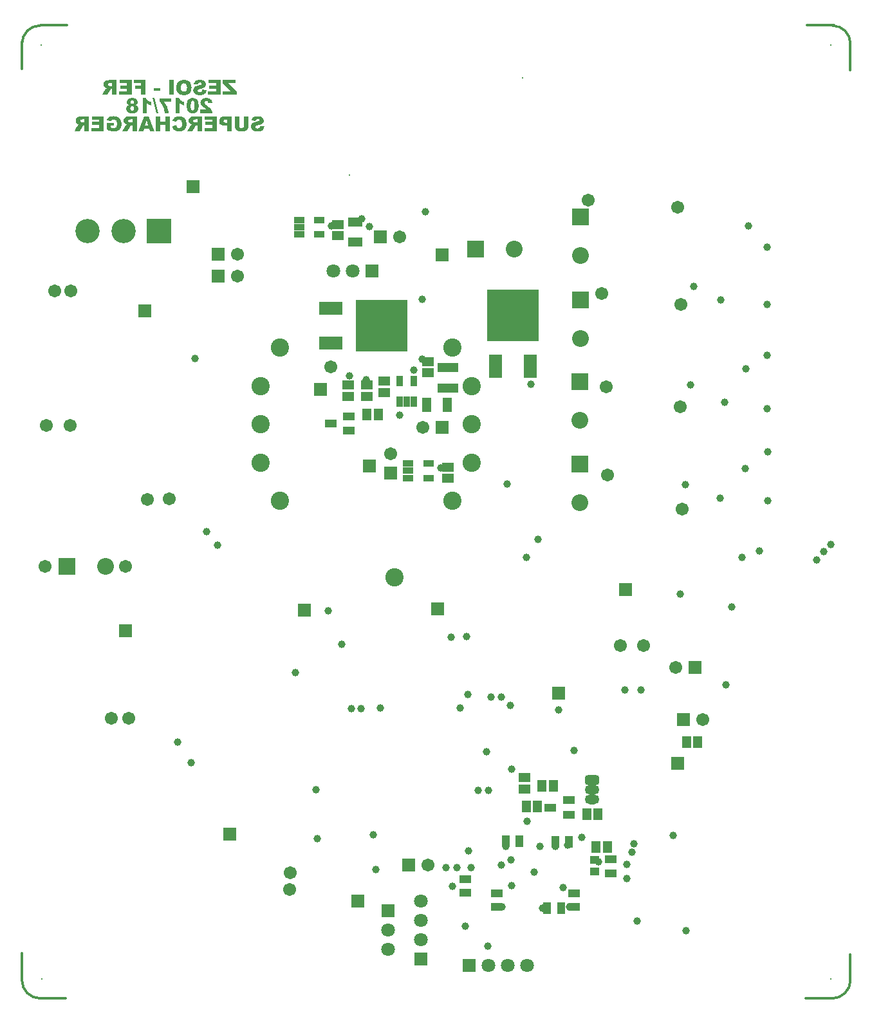
<source format=gbs>
G04 Layer_Color=16711935*
%FSLAX25Y25*%
%MOIN*%
G70*
G01*
G75*
%ADD10C,0.01200*%
%ADD101R,0.03359X0.05524*%
%ADD102R,0.05131X0.06312*%
%ADD105R,0.04343X0.06312*%
%ADD107R,0.06312X0.05131*%
%ADD108R,0.04540X0.03950*%
%ADD118R,0.07493X0.05131*%
%ADD119R,0.06312X0.04343*%
%ADD120R,0.11036X0.05131*%
%ADD125R,0.05524X0.03359*%
%ADD126R,0.05131X0.07493*%
%ADD137C,0.00800*%
%ADD138C,0.07099*%
%ADD139R,0.07099X0.07099*%
%ADD140R,0.07099X0.07099*%
G04:AMPARAMS|DCode=141|XSize=74.93mil|YSize=50.13mil|CornerRadius=14.53mil|HoleSize=0mil|Usage=FLASHONLY|Rotation=180.000|XOffset=0mil|YOffset=0mil|HoleType=Round|Shape=RoundedRectangle|*
%AMROUNDEDRECTD141*
21,1,0.07493,0.02106,0,0,180.0*
21,1,0.04587,0.05013,0,0,180.0*
1,1,0.02906,-0.02293,0.01053*
1,1,0.02906,0.02293,0.01053*
1,1,0.02906,0.02293,-0.01053*
1,1,0.02906,-0.02293,-0.01053*
%
%ADD141ROUNDEDRECTD141*%
%ADD142O,0.07493X0.05013*%
%ADD143C,0.09461*%
%ADD144C,0.12611*%
%ADD145R,0.12611X0.12611*%
%ADD146C,0.08674*%
%ADD147R,0.08674X0.08674*%
%ADD148R,0.08674X0.08674*%
%ADD149C,0.06706*%
%ADD150R,0.06706X0.06706*%
%ADD151R,0.06706X0.06706*%
%ADD152C,0.07099*%
%ADD153R,0.07099X0.07099*%
%ADD154C,0.03950*%
%ADD155R,0.05918X0.03950*%
%ADD156R,0.06699X0.12211*%
%ADD157R,0.26778X0.26778*%
%ADD158R,0.26778X0.26778*%
%ADD159R,0.12211X0.06699*%
G36*
X41560Y425082D02*
X39174D01*
X38779Y426341D01*
X36129D01*
X35748Y425082D01*
X33274D01*
X36129Y432695D01*
X38706D01*
X41560Y425082D01*
D02*
G37*
G36*
X32484D02*
X30127D01*
Y428171D01*
X29921D01*
X29804Y428157D01*
X29702Y428142D01*
X29599Y428113D01*
X29512Y428083D01*
X29453Y428039D01*
X29395Y428010D01*
X29365Y427995D01*
X29351Y427981D01*
X29277Y427922D01*
X29204Y427834D01*
X29072Y427644D01*
X29014Y427542D01*
X28970Y427468D01*
X28941Y427410D01*
X28926Y427395D01*
X27652Y425082D01*
X24988D01*
X26144Y427278D01*
X26188Y427351D01*
X26232Y427424D01*
X26349Y427571D01*
X26393Y427644D01*
X26437Y427703D01*
X26467Y427732D01*
X26481Y427747D01*
X26569Y427849D01*
X26642Y427937D01*
X26701Y428010D01*
X26745Y428069D01*
X26818Y428142D01*
X26847Y428157D01*
X26935Y428200D01*
X27023Y428259D01*
X27228Y428347D01*
X27316Y428376D01*
X27389Y428405D01*
X27447Y428435D01*
X27462D01*
X27272Y428479D01*
X27111Y428537D01*
X26964Y428581D01*
X26847Y428625D01*
X26759Y428669D01*
X26686Y428698D01*
X26642Y428727D01*
X26627D01*
X26467Y428845D01*
X26305Y428962D01*
X26188Y429094D01*
X26071Y429211D01*
X25998Y429313D01*
X25925Y429401D01*
X25896Y429459D01*
X25881Y429474D01*
X25793Y429650D01*
X25720Y429840D01*
X25676Y430030D01*
X25632Y430206D01*
X25617Y430352D01*
X25603Y430470D01*
Y430543D01*
Y430572D01*
X25617Y430836D01*
X25661Y431070D01*
X25720Y431289D01*
X25778Y431465D01*
X25852Y431612D01*
X25910Y431714D01*
X25954Y431773D01*
X25969Y431802D01*
X26115Y431978D01*
X26261Y432124D01*
X26423Y432256D01*
X26569Y432344D01*
X26701Y432417D01*
X26803Y432461D01*
X26876Y432490D01*
X26906Y432505D01*
X27140Y432563D01*
X27403Y432622D01*
X27682Y432651D01*
X27945Y432666D01*
X28179Y432680D01*
X28297Y432695D01*
X32484D01*
Y425082D01*
D02*
G37*
G36*
X61595Y442211D02*
X61859Y442182D01*
X62108Y442138D01*
X62342Y442094D01*
X62561Y442021D01*
X62752Y441947D01*
X62927Y441874D01*
X63088Y441786D01*
X63220Y441699D01*
X63337Y441625D01*
X63440Y441552D01*
X63528Y441479D01*
X63586Y441435D01*
X63630Y441391D01*
X63659Y441362D01*
X63674Y441347D01*
X63806Y441172D01*
X63923Y440967D01*
X64040Y440747D01*
X64128Y440513D01*
X64260Y440015D01*
X64347Y439502D01*
X64391Y439268D01*
X64406Y439049D01*
X64421Y438844D01*
X64435Y438668D01*
X64450Y438522D01*
Y438419D01*
Y438346D01*
Y438317D01*
Y437995D01*
X64421Y437687D01*
X64406Y437409D01*
X64377Y437175D01*
X64347Y436970D01*
X64333Y436823D01*
X64318Y436765D01*
X64304Y436721D01*
Y436706D01*
Y436692D01*
X64245Y436443D01*
X64172Y436208D01*
X64099Y436018D01*
X64040Y435857D01*
X63981Y435725D01*
X63923Y435623D01*
X63894Y435564D01*
X63879Y435550D01*
X63733Y435345D01*
X63572Y435154D01*
X63411Y434993D01*
X63249Y434876D01*
X63118Y434774D01*
X63015Y434701D01*
X62942Y434657D01*
X62913Y434642D01*
X62678Y434540D01*
X62415Y434466D01*
X62151Y434422D01*
X61917Y434393D01*
X61698Y434364D01*
X61595D01*
X61522Y434349D01*
X61361D01*
X61054Y434364D01*
X60761Y434393D01*
X60497Y434437D01*
X60263Y434496D01*
X60043Y434569D01*
X59838Y434657D01*
X59663Y434730D01*
X59516Y434832D01*
X59370Y434920D01*
X59253Y434993D01*
X59165Y435081D01*
X59077Y435154D01*
X59018Y435213D01*
X58975Y435257D01*
X58960Y435286D01*
X58945Y435301D01*
X58828Y435491D01*
X58711Y435711D01*
X58623Y435945D01*
X58535Y436179D01*
X58418Y436692D01*
X58330Y437175D01*
X58301Y437409D01*
X58272Y437629D01*
X58257Y437819D01*
Y437995D01*
X58243Y438141D01*
Y438243D01*
Y438302D01*
Y438331D01*
X58257Y438683D01*
X58272Y439005D01*
X58316Y439312D01*
X58345Y439576D01*
X58389Y439795D01*
X58404Y439898D01*
X58433Y439971D01*
X58448Y440030D01*
Y440073D01*
X58462Y440103D01*
Y440117D01*
X58506Y440278D01*
X58550Y440425D01*
X58594Y440557D01*
X58653Y440674D01*
X58682Y440762D01*
X58726Y440835D01*
X58740Y440879D01*
X58755Y440893D01*
X58901Y441142D01*
X58989Y441245D01*
X59062Y441347D01*
X59136Y441420D01*
X59180Y441479D01*
X59224Y441523D01*
X59238Y441538D01*
X59355Y441655D01*
X59487Y441742D01*
X59750Y441903D01*
X59868Y441962D01*
X59956Y442006D01*
X60014Y442021D01*
X60043Y442035D01*
X60234Y442094D01*
X60453Y442152D01*
X60658Y442182D01*
X60863Y442196D01*
X61039Y442211D01*
X61171Y442226D01*
X61302D01*
X61595Y442211D01*
D02*
G37*
G36*
X50249Y440308D02*
X46487D01*
X46897Y439781D01*
X47233Y439268D01*
X47526Y438814D01*
X47658Y438610D01*
X47775Y438405D01*
X47863Y438229D01*
X47951Y438068D01*
X48024Y437936D01*
X48082Y437819D01*
X48126Y437731D01*
X48156Y437658D01*
X48185Y437614D01*
Y437599D01*
X48375Y437102D01*
X48522Y436575D01*
X48668Y436062D01*
X48712Y435813D01*
X48770Y435564D01*
X48814Y435345D01*
X48858Y435140D01*
X48888Y434949D01*
X48917Y434788D01*
X48932Y434657D01*
X48946Y434569D01*
X48961Y434496D01*
Y434481D01*
X46853D01*
X46809Y434964D01*
X46750Y435403D01*
X46677Y435799D01*
X46648Y435974D01*
X46618Y436135D01*
X46589Y436282D01*
X46560Y436413D01*
X46531Y436531D01*
X46501Y436618D01*
X46487Y436692D01*
X46472Y436750D01*
X46457Y436779D01*
Y436794D01*
X46296Y437248D01*
X46135Y437687D01*
X45960Y438068D01*
X45872Y438243D01*
X45799Y438405D01*
X45711Y438551D01*
X45652Y438683D01*
X45579Y438800D01*
X45520Y438902D01*
X45476Y438975D01*
X45447Y439034D01*
X45418Y439063D01*
Y439078D01*
X45198Y439385D01*
X44979Y439678D01*
X44759Y439956D01*
X44540Y440191D01*
X44349Y440381D01*
X44203Y440527D01*
X44144Y440586D01*
X44100Y440630D01*
X44086Y440644D01*
X44071Y440659D01*
Y442094D01*
X50249D01*
Y440308D01*
D02*
G37*
G36*
X15384Y425082D02*
X8972D01*
Y426810D01*
X13027D01*
Y428303D01*
X9367D01*
Y429855D01*
X13027D01*
Y431070D01*
X9089D01*
Y432695D01*
X15384D01*
Y425082D01*
D02*
G37*
G36*
X68857Y442211D02*
X69193Y442182D01*
X69472Y442138D01*
X69720Y442094D01*
X69911Y442035D01*
X70042Y441991D01*
X70130Y441962D01*
X70160Y441947D01*
X70364Y441845D01*
X70555Y441713D01*
X70716Y441581D01*
X70848Y441464D01*
X70965Y441347D01*
X71038Y441259D01*
X71082Y441201D01*
X71096Y441172D01*
X71214Y440967D01*
X71302Y440747D01*
X71375Y440513D01*
X71433Y440293D01*
X71477Y440088D01*
X71506Y439927D01*
X71521Y439868D01*
X71536Y439825D01*
Y439795D01*
Y439781D01*
X69413Y439620D01*
X69369Y439839D01*
X69325Y440030D01*
X69266Y440191D01*
X69208Y440308D01*
X69164Y440396D01*
X69120Y440469D01*
X69091Y440498D01*
X69076Y440513D01*
X68974Y440600D01*
X68871Y440659D01*
X68754Y440718D01*
X68652Y440747D01*
X68564Y440762D01*
X68491Y440776D01*
X68417D01*
X68271Y440762D01*
X68154Y440732D01*
X68037Y440703D01*
X67949Y440659D01*
X67876Y440600D01*
X67817Y440571D01*
X67788Y440542D01*
X67773Y440527D01*
X67685Y440425D01*
X67627Y440322D01*
X67568Y440235D01*
X67539Y440132D01*
X67524Y440059D01*
X67510Y439986D01*
Y439942D01*
Y439927D01*
X67524Y439810D01*
X67554Y439678D01*
X67598Y439561D01*
X67642Y439459D01*
X67685Y439371D01*
X67729Y439298D01*
X67759Y439254D01*
X67773Y439239D01*
X67832Y439166D01*
X67905Y439093D01*
X68066Y438932D01*
X68271Y438756D01*
X68476Y438595D01*
X68666Y438434D01*
X68827Y438317D01*
X68886Y438273D01*
X68930Y438229D01*
X68959Y438214D01*
X68974Y438200D01*
X69252Y437995D01*
X69501Y437790D01*
X69720Y437599D01*
X69925Y437424D01*
X70116Y437248D01*
X70291Y437087D01*
X70438Y436940D01*
X70569Y436794D01*
X70687Y436677D01*
X70789Y436560D01*
X70862Y436472D01*
X70921Y436384D01*
X70979Y436326D01*
X71009Y436282D01*
X71038Y436252D01*
Y436238D01*
X71228Y435930D01*
X71375Y435623D01*
X71492Y435316D01*
X71580Y435052D01*
X71638Y434818D01*
X71653Y434730D01*
X71667Y434642D01*
X71682Y434569D01*
X71697Y434525D01*
Y434496D01*
Y434481D01*
X65343D01*
Y436208D01*
X68666D01*
X68461Y436399D01*
X68300Y436545D01*
X68242Y436589D01*
X68198Y436633D01*
X68168Y436648D01*
X68154Y436662D01*
X68051Y436736D01*
X67934Y436838D01*
X67642Y437043D01*
X67510Y437131D01*
X67407Y437204D01*
X67334Y437263D01*
X67305Y437277D01*
X67114Y437424D01*
X66924Y437555D01*
X66763Y437687D01*
X66617Y437819D01*
X66353Y438053D01*
X66148Y438258D01*
X66002Y438434D01*
X65885Y438566D01*
X65826Y438639D01*
X65812Y438668D01*
X65680Y438917D01*
X65577Y439151D01*
X65504Y439371D01*
X65446Y439576D01*
X65416Y439751D01*
X65402Y439883D01*
Y439971D01*
Y439986D01*
Y440000D01*
X65416Y440235D01*
X65460Y440469D01*
X65519Y440659D01*
X65577Y440835D01*
X65650Y440981D01*
X65709Y441098D01*
X65753Y441157D01*
X65768Y441186D01*
X65914Y441376D01*
X66075Y441538D01*
X66236Y441669D01*
X66382Y441772D01*
X66529Y441860D01*
X66646Y441918D01*
X66719Y441947D01*
X66734Y441962D01*
X66748D01*
X66997Y442050D01*
X67276Y442108D01*
X67568Y442167D01*
X67846Y442196D01*
X68095Y442211D01*
X68198D01*
X68286Y442226D01*
X68476D01*
X68857Y442211D01*
D02*
G37*
G36*
X37337Y441962D02*
X37498Y441728D01*
X37644Y441508D01*
X37805Y441332D01*
X37937Y441186D01*
X38039Y441084D01*
X38113Y441025D01*
X38142Y440996D01*
X38391Y440820D01*
X38654Y440659D01*
X38932Y440527D01*
X39196Y440410D01*
X39445Y440308D01*
X39547Y440264D01*
X39635Y440235D01*
X39708Y440205D01*
X39767Y440191D01*
X39796Y440176D01*
X39811D01*
Y438448D01*
X39547Y438536D01*
X39313Y438610D01*
X39108Y438683D01*
X38932Y438756D01*
X38786Y438814D01*
X38684Y438858D01*
X38610Y438888D01*
X38596Y438902D01*
X38230Y439107D01*
X38069Y439210D01*
X37908Y439312D01*
X37776Y439415D01*
X37673Y439488D01*
X37615Y439532D01*
X37586Y439546D01*
Y434481D01*
X35448D01*
Y442226D01*
X37205D01*
X37337Y441962D01*
D02*
G37*
G36*
X54466D02*
X54627Y441728D01*
X54773Y441508D01*
X54934Y441332D01*
X55066Y441186D01*
X55168Y441084D01*
X55241Y441025D01*
X55271Y440996D01*
X55520Y440820D01*
X55783Y440659D01*
X56061Y440527D01*
X56325Y440410D01*
X56574Y440308D01*
X56676Y440264D01*
X56764Y440235D01*
X56837Y440205D01*
X56896Y440191D01*
X56925Y440176D01*
X56940D01*
Y438448D01*
X56676Y438536D01*
X56442Y438610D01*
X56237Y438683D01*
X56061Y438756D01*
X55915Y438814D01*
X55812Y438858D01*
X55739Y438888D01*
X55725Y438902D01*
X55358Y439107D01*
X55198Y439210D01*
X55036Y439312D01*
X54905Y439415D01*
X54802Y439488D01*
X54744Y439532D01*
X54714Y439546D01*
Y434481D01*
X52577D01*
Y442226D01*
X54334D01*
X54466Y441962D01*
D02*
G37*
G36*
X43632Y434349D02*
X42578D01*
X40645Y442226D01*
X41714D01*
X43632Y434349D01*
D02*
G37*
G36*
X20903Y432812D02*
X21313Y432768D01*
X21665Y432710D01*
X21826Y432666D01*
X21957Y432636D01*
X22089Y432607D01*
X22206Y432563D01*
X22294Y432534D01*
X22367Y432505D01*
X22426Y432475D01*
X22484Y432461D01*
X22499Y432446D01*
X22514D01*
X22865Y432256D01*
X23173Y432036D01*
X23421Y431802D01*
X23641Y431582D01*
X23802Y431377D01*
X23919Y431202D01*
X23963Y431143D01*
X23992Y431099D01*
X24022Y431070D01*
Y431055D01*
X24197Y430704D01*
X24314Y430323D01*
X24402Y429972D01*
X24475Y429621D01*
X24490Y429474D01*
X24505Y429328D01*
X24519Y429211D01*
Y429094D01*
X24534Y429006D01*
Y428947D01*
Y428903D01*
Y428889D01*
X24519Y428464D01*
X24461Y428054D01*
X24388Y427703D01*
X24300Y427395D01*
X24256Y427249D01*
X24212Y427132D01*
X24168Y427029D01*
X24139Y426941D01*
X24109Y426868D01*
X24080Y426824D01*
X24066Y426795D01*
Y426780D01*
X23875Y426458D01*
X23656Y426180D01*
X23436Y425946D01*
X23231Y425756D01*
X23041Y425595D01*
X22894Y425492D01*
X22836Y425448D01*
X22792Y425433D01*
X22763Y425404D01*
X22748D01*
X22411Y425258D01*
X22031Y425141D01*
X21665Y425068D01*
X21313Y425009D01*
X21152Y424994D01*
X21006Y424980D01*
X20874Y424965D01*
X20757D01*
X20669Y424950D01*
X20537D01*
X20142Y424965D01*
X19776Y424994D01*
X19454Y425024D01*
X19176Y425082D01*
X18941Y425126D01*
X18854Y425141D01*
X18780Y425155D01*
X18722Y425170D01*
X18663Y425185D01*
X18649Y425199D01*
X18634D01*
X18327Y425316D01*
X18005Y425463D01*
X17697Y425624D01*
X17404Y425785D01*
X17155Y425931D01*
X17038Y425990D01*
X16951Y426048D01*
X16877Y426092D01*
X16819Y426136D01*
X16789Y426151D01*
X16775Y426165D01*
Y429430D01*
X20420D01*
Y427849D01*
X18839D01*
Y427117D01*
X19015Y427015D01*
X19161Y426941D01*
X19308Y426868D01*
X19425Y426810D01*
X19527Y426780D01*
X19615Y426751D01*
X19659Y426722D01*
X19673D01*
X19937Y426663D01*
X20069Y426649D01*
X20171Y426634D01*
X20274Y426619D01*
X20420D01*
X20713Y426649D01*
X20977Y426707D01*
X21196Y426780D01*
X21386Y426883D01*
X21533Y426985D01*
X21635Y427059D01*
X21694Y427117D01*
X21723Y427146D01*
X21796Y427249D01*
X21869Y427381D01*
X21987Y427644D01*
X22060Y427937D01*
X22118Y428230D01*
X22148Y428493D01*
X22162Y428596D01*
Y428698D01*
X22177Y428786D01*
Y428845D01*
Y428889D01*
Y428903D01*
Y429123D01*
X22162Y429313D01*
X22104Y429664D01*
X22031Y429957D01*
X21943Y430206D01*
X21869Y430382D01*
X21796Y430514D01*
X21738Y430587D01*
X21723Y430616D01*
X21533Y430792D01*
X21342Y430924D01*
X21137Y431026D01*
X20933Y431084D01*
X20757Y431128D01*
X20625Y431143D01*
X20567Y431158D01*
X20493D01*
X20303Y431143D01*
X20142Y431128D01*
X19981Y431084D01*
X19864Y431041D01*
X19761Y430997D01*
X19688Y430967D01*
X19644Y430938D01*
X19630Y430924D01*
X19512Y430836D01*
X19410Y430719D01*
X19322Y430616D01*
X19264Y430514D01*
X19205Y430411D01*
X19176Y430338D01*
X19147Y430279D01*
Y430265D01*
X16877Y430660D01*
X16965Y430924D01*
X17068Y431172D01*
X17170Y431377D01*
X17273Y431553D01*
X17360Y431685D01*
X17434Y431787D01*
X17492Y431860D01*
X17507Y431875D01*
X17668Y432051D01*
X17843Y432197D01*
X18019Y432314D01*
X18180Y432417D01*
X18327Y432490D01*
X18444Y432549D01*
X18517Y432578D01*
X18532Y432592D01*
X18546D01*
X18678Y432636D01*
X18810Y432666D01*
X19103Y432724D01*
X19425Y432768D01*
X19732Y432797D01*
X19996Y432812D01*
X20127Y432827D01*
X20435D01*
X20903Y432812D01*
D02*
G37*
G36*
X81542Y425082D02*
X79185D01*
Y427908D01*
X77897D01*
X77633Y427922D01*
X77399Y427937D01*
X77179Y427966D01*
X76974Y428010D01*
X76784Y428054D01*
X76609Y428113D01*
X76447Y428171D01*
X76316Y428230D01*
X76184Y428288D01*
X76081Y428347D01*
X75994Y428405D01*
X75920Y428449D01*
X75862Y428493D01*
X75818Y428522D01*
X75803Y428552D01*
X75789D01*
X75671Y428684D01*
X75554Y428815D01*
X75379Y429108D01*
X75262Y429401D01*
X75174Y429694D01*
X75115Y429957D01*
X75101Y430060D01*
Y430162D01*
X75086Y430235D01*
Y430309D01*
Y430338D01*
Y430352D01*
Y430557D01*
X75115Y430748D01*
X75188Y431099D01*
X75291Y431392D01*
X75408Y431641D01*
X75525Y431831D01*
X75628Y431963D01*
X75701Y432051D01*
X75715Y432080D01*
X75730D01*
X75862Y432183D01*
X75994Y432285D01*
X76301Y432431D01*
X76609Y432549D01*
X76931Y432622D01*
X77209Y432666D01*
X77326Y432680D01*
X77443D01*
X77531Y432695D01*
X81542D01*
Y425082D01*
D02*
G37*
G36*
X90370Y428157D02*
X90355Y427937D01*
X90341Y427717D01*
X90311Y427498D01*
X90268Y427293D01*
X90224Y427132D01*
X90194Y426985D01*
X90180Y426897D01*
X90165Y426883D01*
Y426868D01*
X90107Y426707D01*
X90019Y426546D01*
X89931Y426385D01*
X89858Y426253D01*
X89770Y426151D01*
X89711Y426063D01*
X89667Y426004D01*
X89653Y425990D01*
X89506Y425843D01*
X89375Y425712D01*
X89243Y425595D01*
X89111Y425507D01*
X89009Y425433D01*
X88921Y425375D01*
X88862Y425346D01*
X88848Y425331D01*
X88672Y425258D01*
X88496Y425185D01*
X88306Y425126D01*
X88130Y425097D01*
X87984Y425053D01*
X87852Y425038D01*
X87779Y425024D01*
X87749D01*
X87515Y424994D01*
X87281Y424980D01*
X87076Y424965D01*
X86900D01*
X86754Y424950D01*
X86549D01*
X86198Y424965D01*
X85876Y424994D01*
X85597Y425024D01*
X85363Y425082D01*
X85158Y425126D01*
X85012Y425155D01*
X84968Y425170D01*
X84924Y425185D01*
X84909Y425199D01*
X84895D01*
X84719Y425272D01*
X84543Y425375D01*
X84382Y425477D01*
X84251Y425580D01*
X84133Y425682D01*
X84031Y425756D01*
X83972Y425814D01*
X83958Y425829D01*
X83797Y426004D01*
X83665Y426180D01*
X83548Y426356D01*
X83460Y426532D01*
X83387Y426663D01*
X83343Y426780D01*
X83314Y426854D01*
X83299Y426883D01*
X83226Y427117D01*
X83167Y427337D01*
X83138Y427556D01*
X83109Y427747D01*
X83094Y427908D01*
X83079Y428039D01*
Y428127D01*
Y428157D01*
Y432695D01*
X85422D01*
Y428039D01*
X85436Y427820D01*
X85480Y427615D01*
X85539Y427454D01*
X85597Y427307D01*
X85656Y427205D01*
X85715Y427117D01*
X85759Y427073D01*
X85773Y427059D01*
X85919Y426941D01*
X86066Y426868D01*
X86227Y426810D01*
X86373Y426766D01*
X86520Y426736D01*
X86622Y426722D01*
X86725D01*
X86944Y426736D01*
X87135Y426780D01*
X87296Y426824D01*
X87442Y426897D01*
X87545Y426956D01*
X87632Y427000D01*
X87676Y427044D01*
X87691Y427059D01*
X87808Y427205D01*
X87881Y427366D01*
X87940Y427527D01*
X87984Y427688D01*
X88013Y427820D01*
X88028Y427937D01*
Y428010D01*
Y428039D01*
Y432695D01*
X90370D01*
Y428157D01*
D02*
G37*
G36*
X54692Y432812D02*
X55000Y432783D01*
X55293Y432739D01*
X55571Y432666D01*
X55820Y432592D01*
X56054Y432505D01*
X56274Y432417D01*
X56464Y432314D01*
X56625Y432226D01*
X56786Y432124D01*
X56903Y432036D01*
X57006Y431963D01*
X57093Y431890D01*
X57152Y431846D01*
X57181Y431816D01*
X57196Y431802D01*
X57371Y431597D01*
X57518Y431392D01*
X57650Y431158D01*
X57767Y430924D01*
X57869Y430689D01*
X57942Y430440D01*
X58060Y429972D01*
X58104Y429752D01*
X58133Y429547D01*
X58162Y429372D01*
X58177Y429211D01*
X58191Y429079D01*
Y428991D01*
Y428918D01*
Y428903D01*
X58162Y428391D01*
X58104Y427937D01*
X58060Y427732D01*
X58016Y427542D01*
X57957Y427366D01*
X57899Y427205D01*
X57855Y427059D01*
X57796Y426941D01*
X57752Y426824D01*
X57708Y426736D01*
X57679Y426663D01*
X57650Y426619D01*
X57620Y426590D01*
Y426575D01*
X57401Y426253D01*
X57167Y425990D01*
X56947Y425770D01*
X56727Y425595D01*
X56552Y425463D01*
X56405Y425375D01*
X56347Y425346D01*
X56303Y425316D01*
X56288Y425302D01*
X56274D01*
X55951Y425185D01*
X55615Y425097D01*
X55278Y425038D01*
X54956Y424994D01*
X54678Y424965D01*
X54546D01*
X54444Y424950D01*
X54239D01*
X53873Y424965D01*
X53536Y424994D01*
X53258Y425038D01*
X53009Y425097D01*
X52819Y425155D01*
X52672Y425199D01*
X52584Y425229D01*
X52555Y425243D01*
X52321Y425360D01*
X52101Y425507D01*
X51911Y425653D01*
X51764Y425800D01*
X51633Y425917D01*
X51530Y426019D01*
X51472Y426092D01*
X51457Y426122D01*
X51296Y426356D01*
X51164Y426590D01*
X51047Y426839D01*
X50945Y427073D01*
X50871Y427263D01*
X50827Y427424D01*
X50813Y427483D01*
X50798Y427527D01*
X50783Y427556D01*
Y427571D01*
X52848Y428200D01*
X52921Y427937D01*
X52994Y427717D01*
X53082Y427527D01*
X53170Y427366D01*
X53243Y427249D01*
X53302Y427161D01*
X53346Y427102D01*
X53360Y427088D01*
X53507Y426971D01*
X53653Y426883D01*
X53829Y426810D01*
X53990Y426766D01*
X54136Y426736D01*
X54253Y426722D01*
X54370D01*
X54619Y426736D01*
X54839Y426795D01*
X55014Y426868D01*
X55176Y426956D01*
X55293Y427044D01*
X55380Y427117D01*
X55439Y427176D01*
X55454Y427190D01*
X55527Y427293D01*
X55585Y427395D01*
X55673Y427659D01*
X55747Y427937D01*
X55790Y428230D01*
X55820Y428493D01*
Y428610D01*
X55834Y428713D01*
Y428801D01*
Y428859D01*
Y428903D01*
Y428918D01*
X55820Y429284D01*
X55790Y429591D01*
X55732Y429840D01*
X55673Y430060D01*
X55615Y430221D01*
X55556Y430338D01*
X55527Y430396D01*
X55512Y430426D01*
X55424Y430543D01*
X55337Y430645D01*
X55146Y430792D01*
X54941Y430909D01*
X54751Y430997D01*
X54575Y431041D01*
X54429Y431055D01*
X54370Y431070D01*
X54297D01*
X54048Y431041D01*
X53946Y431026D01*
X53843Y430997D01*
X53770Y430967D01*
X53711Y430953D01*
X53682Y430924D01*
X53668D01*
X53463Y430792D01*
X53302Y430660D01*
X53243Y430601D01*
X53199Y430543D01*
X53184Y430514D01*
X53170Y430499D01*
X53126Y430426D01*
X53082Y430352D01*
X53009Y430192D01*
X52979Y430118D01*
X52950Y430060D01*
X52936Y430016D01*
Y430001D01*
X50857Y430455D01*
X51032Y430880D01*
X51223Y431246D01*
X51428Y431553D01*
X51618Y431802D01*
X51808Y431992D01*
X51955Y432139D01*
X52013Y432183D01*
X52057Y432212D01*
X52072Y432241D01*
X52087D01*
X52248Y432344D01*
X52423Y432431D01*
X52789Y432578D01*
X53170Y432680D01*
X53521Y432754D01*
X53697Y432783D01*
X53858Y432797D01*
X53990Y432812D01*
X54121D01*
X54209Y432827D01*
X54356D01*
X54692Y432812D01*
D02*
G37*
G36*
X49627Y425082D02*
X47270D01*
Y428157D01*
X44708D01*
Y425082D01*
X42351D01*
Y432695D01*
X44708D01*
Y430030D01*
X47270D01*
Y432695D01*
X49627D01*
Y425082D01*
D02*
G37*
G36*
X30588Y442211D02*
X30954Y442152D01*
X31276Y442079D01*
X31539Y441991D01*
X31744Y441903D01*
X31832Y441860D01*
X31891Y441830D01*
X31949Y441801D01*
X31993Y441772D01*
X32008Y441757D01*
X32022D01*
X32183Y441640D01*
X32315Y441508D01*
X32432Y441391D01*
X32535Y441259D01*
X32623Y441128D01*
X32696Y440996D01*
X32798Y440747D01*
X32871Y440527D01*
X32886Y440425D01*
X32901Y440352D01*
X32915Y440278D01*
Y440235D01*
Y440205D01*
Y440191D01*
X32901Y439986D01*
X32871Y439781D01*
X32813Y439605D01*
X32754Y439459D01*
X32710Y439341D01*
X32652Y439239D01*
X32623Y439180D01*
X32608Y439166D01*
X32520Y439049D01*
X32403Y438932D01*
X32286Y438829D01*
X32169Y438741D01*
X32066Y438668D01*
X31978Y438610D01*
X31905Y438580D01*
X31891Y438566D01*
X32110Y438463D01*
X32315Y438346D01*
X32476Y438229D01*
X32608Y438112D01*
X32710Y438009D01*
X32784Y437921D01*
X32828Y437863D01*
X32842Y437848D01*
X32945Y437673D01*
X33018Y437482D01*
X33076Y437292D01*
X33106Y437116D01*
X33135Y436955D01*
X33150Y436838D01*
Y436750D01*
Y436736D01*
Y436721D01*
X33135Y436472D01*
X33106Y436238D01*
X33047Y436018D01*
X32989Y435843D01*
X32930Y435696D01*
X32871Y435579D01*
X32842Y435506D01*
X32828Y435476D01*
X32696Y435286D01*
X32535Y435111D01*
X32374Y434964D01*
X32213Y434847D01*
X32081Y434745D01*
X31964Y434686D01*
X31891Y434642D01*
X31861Y434627D01*
X31598Y434540D01*
X31305Y434466D01*
X30998Y434422D01*
X30690Y434378D01*
X30427Y434364D01*
X30310D01*
X30207Y434349D01*
X29782D01*
X29548Y434364D01*
X29343Y434393D01*
X29168Y434422D01*
X29021Y434437D01*
X28904Y434466D01*
X28831Y434481D01*
X28802D01*
X28597Y434525D01*
X28406Y434584D01*
X28245Y434657D01*
X28113Y434715D01*
X27996Y434774D01*
X27923Y434818D01*
X27865Y434847D01*
X27850Y434862D01*
X27718Y434979D01*
X27586Y435096D01*
X27484Y435228D01*
X27382Y435359D01*
X27308Y435462D01*
X27250Y435550D01*
X27220Y435623D01*
X27206Y435638D01*
X27118Y435828D01*
X27059Y436018D01*
X27001Y436194D01*
X26972Y436355D01*
X26957Y436501D01*
X26942Y436604D01*
Y436677D01*
Y436706D01*
X26957Y436926D01*
X26986Y437116D01*
X27045Y437306D01*
X27089Y437468D01*
X27147Y437585D01*
X27206Y437687D01*
X27235Y437760D01*
X27250Y437775D01*
X27382Y437951D01*
X27528Y438112D01*
X27674Y438243D01*
X27821Y438361D01*
X27967Y438448D01*
X28070Y438507D01*
X28143Y438551D01*
X28172Y438566D01*
X28011Y438683D01*
X27865Y438800D01*
X27747Y438917D01*
X27645Y439005D01*
X27572Y439093D01*
X27528Y439151D01*
X27499Y439195D01*
X27484Y439210D01*
X27382Y439385D01*
X27308Y439546D01*
X27264Y439722D01*
X27220Y439868D01*
X27206Y439986D01*
X27191Y440088D01*
Y440147D01*
Y440176D01*
X27206Y440337D01*
X27220Y440498D01*
X27308Y440776D01*
X27425Y441025D01*
X27557Y441245D01*
X27689Y441406D01*
X27806Y441538D01*
X27894Y441611D01*
X27909Y441640D01*
X27923D01*
X28070Y441742D01*
X28231Y441830D01*
X28582Y441977D01*
X28963Y442079D01*
X29329Y442152D01*
X29490Y442182D01*
X29651Y442196D01*
X29797Y442211D01*
X29929D01*
X30031Y442226D01*
X30178D01*
X30588Y442211D01*
D02*
G37*
G36*
X73856Y425082D02*
X67444D01*
Y426810D01*
X71499D01*
Y428303D01*
X67839D01*
Y429855D01*
X71499D01*
Y431070D01*
X67561D01*
Y432695D01*
X73856D01*
Y425082D01*
D02*
G37*
G36*
X66155D02*
X63798D01*
Y428171D01*
X63594D01*
X63476Y428157D01*
X63374Y428142D01*
X63271Y428113D01*
X63184Y428083D01*
X63125Y428039D01*
X63067Y428010D01*
X63037Y427995D01*
X63023Y427981D01*
X62949Y427922D01*
X62876Y427834D01*
X62744Y427644D01*
X62686Y427542D01*
X62642Y427468D01*
X62613Y427410D01*
X62598Y427395D01*
X61324Y425082D01*
X58660D01*
X59816Y427278D01*
X59860Y427351D01*
X59904Y427424D01*
X60021Y427571D01*
X60065Y427644D01*
X60109Y427703D01*
X60138Y427732D01*
X60153Y427747D01*
X60241Y427849D01*
X60314Y427937D01*
X60373Y428010D01*
X60417Y428069D01*
X60490Y428142D01*
X60519Y428157D01*
X60607Y428200D01*
X60695Y428259D01*
X60900Y428347D01*
X60988Y428376D01*
X61061Y428405D01*
X61119Y428435D01*
X61134D01*
X60944Y428479D01*
X60783Y428537D01*
X60636Y428581D01*
X60519Y428625D01*
X60431Y428669D01*
X60358Y428698D01*
X60314Y428727D01*
X60299D01*
X60138Y428845D01*
X59977Y428962D01*
X59860Y429094D01*
X59743Y429211D01*
X59670Y429313D01*
X59597Y429401D01*
X59567Y429459D01*
X59553Y429474D01*
X59465Y429650D01*
X59392Y429840D01*
X59348Y430030D01*
X59304Y430206D01*
X59289Y430352D01*
X59275Y430470D01*
Y430543D01*
Y430572D01*
X59289Y430836D01*
X59333Y431070D01*
X59392Y431289D01*
X59450Y431465D01*
X59524Y431612D01*
X59582Y431714D01*
X59626Y431773D01*
X59641Y431802D01*
X59787Y431978D01*
X59934Y432124D01*
X60095Y432256D01*
X60241Y432344D01*
X60373Y432417D01*
X60475Y432461D01*
X60548Y432490D01*
X60578Y432505D01*
X60812Y432563D01*
X61075Y432622D01*
X61354Y432651D01*
X61617Y432666D01*
X61851Y432680D01*
X61968Y432695D01*
X66155D01*
Y425082D01*
D02*
G37*
G36*
X221417Y297441D02*
X215118D01*
Y309252D01*
X221417D01*
Y297441D01*
D02*
G37*
G36*
X239528D02*
X233228D01*
Y309252D01*
X239528D01*
Y297441D01*
D02*
G37*
G36*
X44466Y445842D02*
X41392D01*
Y447481D01*
X44466D01*
Y445842D01*
D02*
G37*
G36*
X95377Y432812D02*
X95743Y432783D01*
X96065Y432724D01*
X96329Y432680D01*
X96548Y432622D01*
X96636Y432592D01*
X96695Y432563D01*
X96753Y432549D01*
X96797Y432534D01*
X96812Y432519D01*
X96826D01*
X97061Y432402D01*
X97265Y432270D01*
X97441Y432139D01*
X97588Y432007D01*
X97690Y431875D01*
X97778Y431787D01*
X97822Y431729D01*
X97837Y431699D01*
X97954Y431494D01*
X98027Y431304D01*
X98085Y431114D01*
X98129Y430953D01*
X98159Y430806D01*
X98173Y430689D01*
Y430616D01*
Y430587D01*
X98159Y430426D01*
X98144Y430265D01*
X98071Y429986D01*
X97968Y429738D01*
X97837Y429518D01*
X97719Y429357D01*
X97617Y429225D01*
X97544Y429152D01*
X97514Y429123D01*
X97383Y429020D01*
X97236Y428918D01*
X96899Y428727D01*
X96534Y428566D01*
X96167Y428435D01*
X95992Y428376D01*
X95845Y428332D01*
X95699Y428288D01*
X95567Y428244D01*
X95465Y428230D01*
X95392Y428200D01*
X95333Y428186D01*
X95318D01*
X95157Y428142D01*
X94996Y428113D01*
X94733Y428025D01*
X94528Y427952D01*
X94367Y427893D01*
X94250Y427834D01*
X94177Y427790D01*
X94133Y427761D01*
X94118Y427747D01*
X94030Y427659D01*
X93972Y427571D01*
X93913Y427483D01*
X93884Y427395D01*
X93869Y427322D01*
X93854Y427263D01*
Y427234D01*
Y427220D01*
X93869Y427102D01*
X93898Y427000D01*
X93986Y426839D01*
X94045Y426766D01*
X94089Y426722D01*
X94118Y426692D01*
X94133Y426678D01*
X94235Y426605D01*
X94367Y426546D01*
X94484Y426502D01*
X94616Y426473D01*
X94718Y426458D01*
X94806Y426444D01*
X94894D01*
X95128Y426458D01*
X95333Y426517D01*
X95509Y426590D01*
X95655Y426678D01*
X95772Y426751D01*
X95845Y426824D01*
X95904Y426883D01*
X95919Y426897D01*
X95992Y427015D01*
X96065Y427146D01*
X96153Y427424D01*
X96182Y427542D01*
X96197Y427644D01*
X96211Y427703D01*
Y427732D01*
X98451Y427586D01*
X98422Y427381D01*
X98393Y427176D01*
X98290Y426795D01*
X98144Y426473D01*
X97997Y426195D01*
X97851Y425975D01*
X97793Y425887D01*
X97734Y425814D01*
X97690Y425756D01*
X97646Y425712D01*
X97632Y425697D01*
X97617Y425682D01*
X97470Y425551D01*
X97280Y425448D01*
X97090Y425346D01*
X96885Y425258D01*
X96446Y425126D01*
X95992Y425038D01*
X95787Y425009D01*
X95582Y424994D01*
X95406Y424980D01*
X95245Y424965D01*
X95113Y424950D01*
X94938D01*
X94542Y424965D01*
X94191Y424994D01*
X93884Y425053D01*
X93620Y425111D01*
X93401Y425155D01*
X93327Y425185D01*
X93254Y425214D01*
X93196Y425229D01*
X93152Y425243D01*
X93137Y425258D01*
X93122D01*
X92859Y425390D01*
X92639Y425536D01*
X92434Y425697D01*
X92273Y425843D01*
X92141Y425990D01*
X92054Y426092D01*
X91995Y426165D01*
X91980Y426195D01*
X91849Y426429D01*
X91746Y426678D01*
X91673Y426897D01*
X91615Y427117D01*
X91585Y427293D01*
X91571Y427439D01*
Y427483D01*
Y427527D01*
Y427542D01*
Y427556D01*
X91585Y427776D01*
X91615Y427995D01*
X91673Y428186D01*
X91717Y428347D01*
X91776Y428479D01*
X91834Y428581D01*
X91863Y428640D01*
X91878Y428669D01*
X92010Y428859D01*
X92156Y429020D01*
X92317Y429167D01*
X92478Y429284D01*
X92625Y429386D01*
X92742Y429459D01*
X92830Y429503D01*
X92844Y429518D01*
X92859D01*
X92991Y429577D01*
X93137Y429650D01*
X93474Y429767D01*
X93840Y429884D01*
X94206Y429986D01*
X94367Y430030D01*
X94528Y430074D01*
X94674Y430104D01*
X94806Y430133D01*
X94908Y430162D01*
X94982Y430177D01*
X95040Y430192D01*
X95055D01*
X95260Y430235D01*
X95436Y430294D01*
X95567Y430338D01*
X95670Y430382D01*
X95743Y430411D01*
X95802Y430440D01*
X95816Y430470D01*
X95831D01*
X95889Y430528D01*
X95919Y430587D01*
X95977Y430689D01*
X95992Y430777D01*
Y430792D01*
Y430806D01*
X95977Y430894D01*
X95963Y430982D01*
X95889Y431114D01*
X95816Y431202D01*
X95802Y431216D01*
X95787Y431231D01*
X95699Y431289D01*
X95611Y431333D01*
X95406Y431392D01*
X95318D01*
X95245Y431407D01*
X95187D01*
X95011Y431392D01*
X94850Y431377D01*
X94718Y431333D01*
X94616Y431289D01*
X94528Y431246D01*
X94455Y431216D01*
X94425Y431187D01*
X94411Y431172D01*
X94308Y431070D01*
X94220Y430953D01*
X94162Y430836D01*
X94103Y430719D01*
X94074Y430601D01*
X94045Y430514D01*
X94030Y430455D01*
Y430426D01*
X91819Y430543D01*
X91849Y430762D01*
X91907Y430953D01*
X91951Y431143D01*
X92024Y431319D01*
X92171Y431612D01*
X92332Y431846D01*
X92493Y432036D01*
X92625Y432168D01*
X92712Y432241D01*
X92727Y432270D01*
X92742D01*
X92888Y432373D01*
X93049Y432461D01*
X93401Y432592D01*
X93781Y432695D01*
X94133Y432754D01*
X94294Y432783D01*
X94455Y432797D01*
X94586Y432812D01*
X94718D01*
X94806Y432827D01*
X94952D01*
X95377Y432812D01*
D02*
G37*
G36*
X240512Y316339D02*
X214134D01*
Y342717D01*
X240512D01*
Y316339D01*
D02*
G37*
G36*
X138967Y330315D02*
X127156D01*
Y336614D01*
X138967D01*
Y330315D01*
D02*
G37*
G36*
X172432Y311221D02*
X146054D01*
Y337598D01*
X172432D01*
Y311221D01*
D02*
G37*
G36*
X138967Y312205D02*
X127156D01*
Y318504D01*
X138967D01*
Y312205D01*
D02*
G37*
G36*
X7683Y425082D02*
X5326D01*
Y428171D01*
X5121D01*
X5004Y428157D01*
X4902Y428142D01*
X4799Y428113D01*
X4711Y428083D01*
X4653Y428039D01*
X4594Y428010D01*
X4565Y427995D01*
X4550Y427981D01*
X4477Y427922D01*
X4404Y427834D01*
X4272Y427644D01*
X4214Y427542D01*
X4170Y427468D01*
X4140Y427410D01*
X4126Y427395D01*
X2852Y425082D01*
X188D01*
X1344Y427278D01*
X1388Y427351D01*
X1432Y427424D01*
X1549Y427571D01*
X1593Y427644D01*
X1637Y427703D01*
X1666Y427732D01*
X1681Y427747D01*
X1769Y427849D01*
X1842Y427937D01*
X1901Y428010D01*
X1945Y428069D01*
X2018Y428142D01*
X2047Y428157D01*
X2135Y428200D01*
X2223Y428259D01*
X2428Y428347D01*
X2515Y428376D01*
X2589Y428405D01*
X2647Y428435D01*
X2662D01*
X2472Y428479D01*
X2310Y428537D01*
X2164Y428581D01*
X2047Y428625D01*
X1959Y428669D01*
X1886Y428698D01*
X1842Y428727D01*
X1827D01*
X1666Y428845D01*
X1505Y428962D01*
X1388Y429094D01*
X1271Y429211D01*
X1198Y429313D01*
X1125Y429401D01*
X1095Y429459D01*
X1081Y429474D01*
X993Y429650D01*
X920Y429840D01*
X876Y430030D01*
X832Y430206D01*
X817Y430352D01*
X803Y430470D01*
Y430543D01*
Y430572D01*
X817Y430836D01*
X861Y431070D01*
X920Y431289D01*
X978Y431465D01*
X1051Y431612D01*
X1110Y431714D01*
X1154Y431773D01*
X1169Y431802D01*
X1315Y431978D01*
X1461Y432124D01*
X1622Y432256D01*
X1769Y432344D01*
X1901Y432417D01*
X2003Y432461D01*
X2076Y432490D01*
X2105Y432505D01*
X2340Y432563D01*
X2603Y432622D01*
X2881Y432651D01*
X3145Y432666D01*
X3379Y432680D01*
X3496Y432695D01*
X7683D01*
Y425082D01*
D02*
G37*
G36*
X22052Y443880D02*
X19695D01*
Y446969D01*
X19490D01*
X19373Y446954D01*
X19271Y446940D01*
X19168Y446910D01*
X19081Y446881D01*
X19022Y446837D01*
X18963Y446808D01*
X18934Y446793D01*
X18920Y446779D01*
X18846Y446720D01*
X18773Y446632D01*
X18641Y446442D01*
X18583Y446339D01*
X18539Y446266D01*
X18510Y446208D01*
X18495Y446193D01*
X17221Y443880D01*
X14557D01*
X15713Y446076D01*
X15757Y446149D01*
X15801Y446222D01*
X15918Y446369D01*
X15962Y446442D01*
X16006Y446500D01*
X16036Y446530D01*
X16050Y446544D01*
X16138Y446647D01*
X16211Y446735D01*
X16270Y446808D01*
X16314Y446866D01*
X16387Y446940D01*
X16416Y446954D01*
X16504Y446998D01*
X16592Y447057D01*
X16797Y447145D01*
X16885Y447174D01*
X16958Y447203D01*
X17016Y447232D01*
X17031D01*
X16841Y447276D01*
X16680Y447335D01*
X16533Y447379D01*
X16416Y447423D01*
X16328Y447467D01*
X16255Y447496D01*
X16211Y447525D01*
X16196D01*
X16036Y447642D01*
X15874Y447759D01*
X15757Y447891D01*
X15640Y448008D01*
X15567Y448111D01*
X15494Y448199D01*
X15464Y448257D01*
X15450Y448272D01*
X15362Y448448D01*
X15289Y448638D01*
X15245Y448828D01*
X15201Y449004D01*
X15186Y449150D01*
X15172Y449267D01*
Y449341D01*
Y449370D01*
X15186Y449633D01*
X15230Y449868D01*
X15289Y450087D01*
X15347Y450263D01*
X15421Y450409D01*
X15479Y450512D01*
X15523Y450570D01*
X15538Y450600D01*
X15684Y450775D01*
X15831Y450922D01*
X15992Y451053D01*
X16138Y451141D01*
X16270Y451215D01*
X16372Y451258D01*
X16445Y451288D01*
X16475Y451302D01*
X16709Y451361D01*
X16972Y451419D01*
X17251Y451449D01*
X17514Y451463D01*
X17748Y451478D01*
X17865Y451493D01*
X22052D01*
Y443880D01*
D02*
G37*
G36*
X29753D02*
X23341D01*
Y445607D01*
X27396D01*
Y447101D01*
X23736D01*
Y448653D01*
X27396D01*
Y449868D01*
X23458D01*
Y451493D01*
X29753D01*
Y443880D01*
D02*
G37*
G36*
X57174Y451610D02*
X57496Y451580D01*
X57789Y451522D01*
X58067Y451463D01*
X58330Y451390D01*
X58565Y451302D01*
X58784Y451200D01*
X58989Y451112D01*
X59150Y451010D01*
X59311Y450907D01*
X59443Y450819D01*
X59546Y450746D01*
X59633Y450688D01*
X59692Y450629D01*
X59721Y450600D01*
X59736Y450585D01*
X59912Y450380D01*
X60073Y450160D01*
X60204Y449926D01*
X60321Y449692D01*
X60424Y449443D01*
X60512Y449209D01*
X60585Y448975D01*
X60629Y448740D01*
X60673Y448521D01*
X60702Y448316D01*
X60731Y448140D01*
X60746Y447979D01*
X60761Y447847D01*
Y447759D01*
Y447686D01*
Y447672D01*
X60731Y447189D01*
X60673Y446764D01*
X60600Y446383D01*
X60556Y446208D01*
X60497Y446061D01*
X60453Y445915D01*
X60409Y445798D01*
X60365Y445695D01*
X60321Y445607D01*
X60292Y445534D01*
X60263Y445490D01*
X60248Y445461D01*
Y445446D01*
X60043Y445139D01*
X59809Y444875D01*
X59575Y444656D01*
X59355Y444480D01*
X59165Y444334D01*
X59018Y444231D01*
X58960Y444202D01*
X58916Y444173D01*
X58887Y444158D01*
X58872D01*
X58535Y444026D01*
X58184Y443924D01*
X57818Y443851D01*
X57481Y443807D01*
X57335Y443777D01*
X57188D01*
X57057Y443763D01*
X56954Y443748D01*
X56735D01*
X56281Y443763D01*
X55871Y443821D01*
X55520Y443894D01*
X55358Y443938D01*
X55212Y443982D01*
X55080Y444026D01*
X54963Y444070D01*
X54861Y444114D01*
X54773Y444143D01*
X54714Y444173D01*
X54670Y444202D01*
X54641Y444217D01*
X54627D01*
X54319Y444407D01*
X54070Y444627D01*
X53836Y444846D01*
X53660Y445051D01*
X53514Y445241D01*
X53411Y445388D01*
X53368Y445446D01*
X53338Y445490D01*
X53324Y445520D01*
Y445534D01*
X53177Y445871D01*
X53060Y446237D01*
X52987Y446603D01*
X52928Y446954D01*
X52914Y447115D01*
X52899Y447262D01*
X52884Y447394D01*
X52870Y447511D01*
Y447598D01*
Y447672D01*
Y447716D01*
Y447730D01*
X52884Y448067D01*
X52914Y448389D01*
X52972Y448682D01*
X53031Y448960D01*
X53104Y449209D01*
X53192Y449443D01*
X53294Y449663D01*
X53382Y449853D01*
X53485Y450029D01*
X53587Y450175D01*
X53675Y450307D01*
X53748Y450409D01*
X53807Y450497D01*
X53865Y450556D01*
X53895Y450585D01*
X53909Y450600D01*
X54114Y450775D01*
X54334Y450936D01*
X54553Y451068D01*
X54802Y451200D01*
X55036Y451288D01*
X55285Y451376D01*
X55520Y451449D01*
X55754Y451493D01*
X55973Y451537D01*
X56178Y451566D01*
X56369Y451595D01*
X56530Y451610D01*
X56661Y451624D01*
X56837D01*
X57174Y451610D01*
D02*
G37*
G36*
X65460D02*
X65826Y451580D01*
X66148Y451522D01*
X66412Y451478D01*
X66631Y451419D01*
X66719Y451390D01*
X66778Y451361D01*
X66836Y451346D01*
X66880Y451332D01*
X66895Y451317D01*
X66909D01*
X67144Y451200D01*
X67349Y451068D01*
X67524Y450936D01*
X67671Y450805D01*
X67773Y450673D01*
X67861Y450585D01*
X67905Y450526D01*
X67920Y450497D01*
X68037Y450292D01*
X68110Y450102D01*
X68168Y449912D01*
X68212Y449751D01*
X68242Y449604D01*
X68256Y449487D01*
Y449414D01*
Y449384D01*
X68242Y449224D01*
X68227Y449062D01*
X68154Y448784D01*
X68051Y448535D01*
X67920Y448316D01*
X67803Y448155D01*
X67700Y448023D01*
X67627Y447950D01*
X67598Y447921D01*
X67466Y447818D01*
X67319Y447716D01*
X66983Y447525D01*
X66617Y447364D01*
X66251Y447232D01*
X66075Y447174D01*
X65929Y447130D01*
X65782Y447086D01*
X65650Y447042D01*
X65548Y447027D01*
X65475Y446998D01*
X65416Y446984D01*
X65402D01*
X65241Y446940D01*
X65079Y446910D01*
X64816Y446823D01*
X64611Y446749D01*
X64450Y446691D01*
X64333Y446632D01*
X64260Y446588D01*
X64216Y446559D01*
X64201Y446544D01*
X64113Y446456D01*
X64055Y446369D01*
X63996Y446281D01*
X63967Y446193D01*
X63952Y446120D01*
X63938Y446061D01*
Y446032D01*
Y446017D01*
X63952Y445900D01*
X63981Y445798D01*
X64069Y445637D01*
X64128Y445564D01*
X64172Y445520D01*
X64201Y445490D01*
X64216Y445476D01*
X64318Y445402D01*
X64450Y445344D01*
X64567Y445300D01*
X64699Y445271D01*
X64801Y445256D01*
X64889Y445241D01*
X64977D01*
X65211Y445256D01*
X65416Y445315D01*
X65592Y445388D01*
X65738Y445476D01*
X65855Y445549D01*
X65929Y445622D01*
X65987Y445681D01*
X66002Y445695D01*
X66075Y445812D01*
X66148Y445944D01*
X66236Y446222D01*
X66265Y446339D01*
X66280Y446442D01*
X66295Y446500D01*
Y446530D01*
X68534Y446383D01*
X68505Y446178D01*
X68476Y445973D01*
X68374Y445593D01*
X68227Y445271D01*
X68081Y444992D01*
X67934Y444773D01*
X67876Y444685D01*
X67817Y444612D01*
X67773Y444553D01*
X67729Y444509D01*
X67715Y444495D01*
X67700Y444480D01*
X67554Y444348D01*
X67363Y444246D01*
X67173Y444143D01*
X66968Y444056D01*
X66529Y443924D01*
X66075Y443836D01*
X65870Y443807D01*
X65665Y443792D01*
X65489Y443777D01*
X65328Y443763D01*
X65197Y443748D01*
X65021D01*
X64626Y443763D01*
X64274Y443792D01*
X63967Y443851D01*
X63703Y443909D01*
X63484Y443953D01*
X63411Y443982D01*
X63337Y444012D01*
X63279Y444026D01*
X63235Y444041D01*
X63220Y444056D01*
X63206D01*
X62942Y444187D01*
X62722Y444334D01*
X62517Y444495D01*
X62356Y444641D01*
X62225Y444788D01*
X62137Y444890D01*
X62078Y444963D01*
X62064Y444992D01*
X61932Y445227D01*
X61829Y445476D01*
X61756Y445695D01*
X61698Y445915D01*
X61668Y446091D01*
X61654Y446237D01*
Y446281D01*
Y446325D01*
Y446339D01*
Y446354D01*
X61668Y446574D01*
X61698Y446793D01*
X61756Y446984D01*
X61800Y447145D01*
X61859Y447276D01*
X61917Y447379D01*
X61946Y447437D01*
X61961Y447467D01*
X62093Y447657D01*
X62239Y447818D01*
X62400Y447964D01*
X62561Y448082D01*
X62708Y448184D01*
X62825Y448257D01*
X62913Y448301D01*
X62927Y448316D01*
X62942D01*
X63074Y448374D01*
X63220Y448448D01*
X63557Y448565D01*
X63923Y448682D01*
X64289Y448784D01*
X64450Y448828D01*
X64611Y448872D01*
X64757Y448901D01*
X64889Y448931D01*
X64992Y448960D01*
X65065Y448975D01*
X65123Y448989D01*
X65138D01*
X65343Y449033D01*
X65519Y449092D01*
X65650Y449136D01*
X65753Y449180D01*
X65826Y449209D01*
X65885Y449238D01*
X65899Y449267D01*
X65914D01*
X65973Y449326D01*
X66002Y449384D01*
X66060Y449487D01*
X66075Y449575D01*
Y449589D01*
Y449604D01*
X66060Y449692D01*
X66046Y449780D01*
X65973Y449912D01*
X65899Y449999D01*
X65885Y450014D01*
X65870Y450029D01*
X65782Y450087D01*
X65694Y450131D01*
X65489Y450190D01*
X65402D01*
X65328Y450204D01*
X65270D01*
X65094Y450190D01*
X64933Y450175D01*
X64801Y450131D01*
X64699Y450087D01*
X64611Y450043D01*
X64538Y450014D01*
X64508Y449985D01*
X64494Y449970D01*
X64391Y449868D01*
X64304Y449751D01*
X64245Y449633D01*
X64186Y449516D01*
X64157Y449399D01*
X64128Y449311D01*
X64113Y449253D01*
Y449224D01*
X61903Y449341D01*
X61932Y449560D01*
X61990Y449751D01*
X62034Y449941D01*
X62108Y450116D01*
X62254Y450409D01*
X62415Y450644D01*
X62576Y450834D01*
X62708Y450966D01*
X62796Y451039D01*
X62810Y451068D01*
X62825D01*
X62971Y451171D01*
X63132Y451258D01*
X63484Y451390D01*
X63864Y451493D01*
X64216Y451551D01*
X64377Y451580D01*
X64538Y451595D01*
X64670Y451610D01*
X64801D01*
X64889Y451624D01*
X65036D01*
X65460Y451610D01*
D02*
G37*
G36*
X75811Y443880D02*
X69398D01*
Y445607D01*
X73454D01*
Y447101D01*
X69794D01*
Y448653D01*
X73454D01*
Y449868D01*
X69515D01*
Y451493D01*
X75811D01*
Y443880D01*
D02*
G37*
G36*
X83672Y449868D02*
X79866D01*
X84082Y445461D01*
Y443880D01*
X76865D01*
Y445520D01*
X81301D01*
X77026Y449970D01*
Y451493D01*
X83672D01*
Y449868D01*
D02*
G37*
G36*
X36824Y443880D02*
X34467D01*
Y446984D01*
X31510D01*
Y448521D01*
X34467D01*
Y449853D01*
X31012D01*
Y451493D01*
X36824D01*
Y443880D01*
D02*
G37*
G36*
X51508D02*
X49151D01*
Y451493D01*
X51508D01*
Y443880D01*
D02*
G37*
%LPC*%
G36*
X37446Y430719D02*
X36612Y427981D01*
X38281D01*
X37446Y430719D01*
D02*
G37*
G36*
X30127Y431158D02*
X29087D01*
X28867Y431143D01*
X28677Y431128D01*
X28531Y431099D01*
X28399Y431055D01*
X28311Y431011D01*
X28253Y430982D01*
X28223Y430967D01*
X28209Y430953D01*
X28121Y430865D01*
X28062Y430777D01*
X28018Y430689D01*
X27989Y430587D01*
X27974Y430514D01*
X27960Y430440D01*
Y430396D01*
Y430382D01*
Y430294D01*
X27989Y430206D01*
X28033Y430074D01*
X28062Y430016D01*
X28091Y429972D01*
X28106Y429957D01*
X28121Y429943D01*
X28238Y429825D01*
X28370Y429752D01*
X28457Y429723D01*
X28487Y429708D01*
X28501D01*
X28662Y429679D01*
X28794Y429650D01*
X28911Y429635D01*
X28985Y429621D01*
X29058Y429606D01*
X30127D01*
Y431158D01*
D02*
G37*
G36*
X61405Y440820D02*
X61376D01*
X61200Y440791D01*
X61039Y440732D01*
X60907Y440659D01*
X60805Y440557D01*
X60717Y440454D01*
X60658Y440381D01*
X60629Y440322D01*
X60614Y440293D01*
X60570Y440191D01*
X60526Y440059D01*
X60497Y439912D01*
X60468Y439751D01*
X60409Y439415D01*
X60380Y439078D01*
X60365Y438770D01*
Y438624D01*
X60351Y438507D01*
Y438405D01*
Y438331D01*
Y438273D01*
Y438258D01*
Y437892D01*
X60365Y437585D01*
X60380Y437321D01*
X60409Y437102D01*
X60424Y436940D01*
X60453Y436809D01*
X60468Y436750D01*
Y436721D01*
X60512Y436545D01*
X60570Y436413D01*
X60629Y436282D01*
X60688Y436194D01*
X60731Y436121D01*
X60775Y436062D01*
X60805Y436033D01*
X60819Y436018D01*
X60907Y435945D01*
X61010Y435886D01*
X61097Y435857D01*
X61185Y435828D01*
X61258Y435813D01*
X61317Y435799D01*
X61376D01*
X61551Y435828D01*
X61698Y435886D01*
X61815Y435960D01*
X61917Y436062D01*
X62005Y436165D01*
X62064Y436238D01*
X62093Y436296D01*
X62108Y436326D01*
X62151Y436428D01*
X62195Y436560D01*
X62225Y436706D01*
X62254Y436853D01*
X62298Y437189D01*
X62327Y437526D01*
X62342Y437819D01*
Y437965D01*
X62356Y438082D01*
Y438185D01*
Y438258D01*
Y438302D01*
Y438317D01*
Y438580D01*
X62342Y438814D01*
Y439034D01*
X62327Y439224D01*
X62298Y439415D01*
X62283Y439561D01*
X62269Y439708D01*
X62239Y439839D01*
X62225Y439942D01*
X62210Y440030D01*
X62181Y440117D01*
X62166Y440176D01*
X62151Y440249D01*
X62137Y440278D01*
X62034Y440454D01*
X61917Y440586D01*
X61786Y440688D01*
X61668Y440747D01*
X61551Y440791D01*
X61463Y440805D01*
X61405Y440820D01*
D02*
G37*
G36*
X79185Y431143D02*
X78526D01*
X78292Y431128D01*
X78102Y431099D01*
X77941Y431055D01*
X77824Y431011D01*
X77721Y430967D01*
X77663Y430924D01*
X77633Y430894D01*
X77619Y430880D01*
X77531Y430777D01*
X77472Y430675D01*
X77428Y430587D01*
X77399Y430484D01*
X77384Y430411D01*
X77370Y430338D01*
Y430294D01*
Y430279D01*
X77384Y430148D01*
X77414Y430030D01*
X77458Y429928D01*
X77501Y429840D01*
X77560Y429767D01*
X77604Y429723D01*
X77633Y429694D01*
X77648Y429679D01*
X77765Y429606D01*
X77911Y429547D01*
X78073Y429503D01*
X78233Y429474D01*
X78380Y429459D01*
X78497Y429445D01*
X79185D01*
Y431143D01*
D02*
G37*
G36*
X30134Y437951D02*
X30075D01*
X29929Y437936D01*
X29797Y437892D01*
X29680Y437848D01*
X29577Y437790D01*
X29490Y437716D01*
X29431Y437673D01*
X29387Y437629D01*
X29373Y437614D01*
X29270Y437482D01*
X29197Y437350D01*
X29138Y437219D01*
X29109Y437087D01*
X29080Y436970D01*
X29065Y436882D01*
Y436823D01*
Y436794D01*
X29080Y436618D01*
X29109Y436457D01*
X29168Y436311D01*
X29212Y436194D01*
X29270Y436106D01*
X29329Y436033D01*
X29358Y435989D01*
X29373Y435974D01*
X29490Y435872D01*
X29607Y435784D01*
X29709Y435725D01*
X29812Y435696D01*
X29914Y435667D01*
X29987Y435652D01*
X30046D01*
X30192Y435667D01*
X30324Y435696D01*
X30441Y435755D01*
X30544Y435813D01*
X30632Y435857D01*
X30690Y435916D01*
X30734Y435945D01*
X30749Y435960D01*
X30851Y436091D01*
X30924Y436223D01*
X30968Y436370D01*
X30998Y436501D01*
X31027Y436618D01*
X31041Y436706D01*
Y436765D01*
Y436794D01*
X31027Y436984D01*
X30998Y437146D01*
X30954Y437292D01*
X30895Y437409D01*
X30851Y437497D01*
X30807Y437570D01*
X30778Y437614D01*
X30763Y437629D01*
X30646Y437731D01*
X30529Y437819D01*
X30412Y437878D01*
X30310Y437907D01*
X30222Y437936D01*
X30134Y437951D01*
D02*
G37*
G36*
Y440937D02*
X30075D01*
X29943Y440923D01*
X29812Y440893D01*
X29709Y440864D01*
X29621Y440820D01*
X29548Y440762D01*
X29504Y440732D01*
X29475Y440703D01*
X29460Y440688D01*
X29373Y440586D01*
X29314Y440483D01*
X29270Y440381D01*
X29241Y440278D01*
X29226Y440176D01*
X29212Y440117D01*
Y440059D01*
Y440044D01*
X29226Y439912D01*
X29241Y439795D01*
X29285Y439678D01*
X29329Y439590D01*
X29373Y439517D01*
X29402Y439473D01*
X29431Y439444D01*
X29446Y439429D01*
X29534Y439356D01*
X29636Y439298D01*
X29739Y439254D01*
X29826Y439224D01*
X29914Y439210D01*
X29987Y439195D01*
X30046D01*
X30192Y439210D01*
X30310Y439239D01*
X30427Y439268D01*
X30514Y439312D01*
X30588Y439356D01*
X30646Y439400D01*
X30676Y439415D01*
X30690Y439429D01*
X30763Y439517D01*
X30822Y439634D01*
X30866Y439737D01*
X30895Y439839D01*
X30910Y439927D01*
X30924Y440000D01*
Y440044D01*
Y440059D01*
X30910Y440205D01*
X30880Y440322D01*
X30851Y440440D01*
X30807Y440527D01*
X30763Y440600D01*
X30719Y440644D01*
X30705Y440674D01*
X30690Y440688D01*
X30602Y440776D01*
X30500Y440835D01*
X30397Y440879D01*
X30295Y440908D01*
X30207Y440923D01*
X30134Y440937D01*
D02*
G37*
G36*
X63798Y431158D02*
X62759D01*
X62539Y431143D01*
X62349Y431128D01*
X62203Y431099D01*
X62071Y431055D01*
X61983Y431011D01*
X61925Y430982D01*
X61895Y430967D01*
X61881Y430953D01*
X61793Y430865D01*
X61734Y430777D01*
X61690Y430689D01*
X61661Y430587D01*
X61646Y430514D01*
X61632Y430440D01*
Y430396D01*
Y430382D01*
Y430294D01*
X61661Y430206D01*
X61705Y430074D01*
X61734Y430016D01*
X61764Y429972D01*
X61778Y429957D01*
X61793Y429943D01*
X61910Y429825D01*
X62042Y429752D01*
X62129Y429723D01*
X62159Y429708D01*
X62173D01*
X62335Y429679D01*
X62466Y429650D01*
X62583Y429635D01*
X62657Y429621D01*
X62730Y429606D01*
X63798D01*
Y431158D01*
D02*
G37*
G36*
X5326D02*
X4287D01*
X4067Y431143D01*
X3877Y431128D01*
X3731Y431099D01*
X3599Y431055D01*
X3511Y431011D01*
X3452Y430982D01*
X3423Y430967D01*
X3409Y430953D01*
X3321Y430865D01*
X3262Y430777D01*
X3218Y430689D01*
X3189Y430587D01*
X3174Y430514D01*
X3160Y430440D01*
Y430396D01*
Y430382D01*
Y430294D01*
X3189Y430206D01*
X3233Y430074D01*
X3262Y430016D01*
X3291Y429972D01*
X3306Y429957D01*
X3321Y429943D01*
X3438Y429825D01*
X3570Y429752D01*
X3657Y429723D01*
X3687Y429708D01*
X3701D01*
X3862Y429679D01*
X3994Y429650D01*
X4111Y429635D01*
X4184Y429621D01*
X4258Y429606D01*
X5326D01*
Y431158D01*
D02*
G37*
G36*
X19695Y449956D02*
X18656D01*
X18436Y449941D01*
X18246Y449926D01*
X18100Y449897D01*
X17968Y449853D01*
X17880Y449809D01*
X17822Y449780D01*
X17792Y449765D01*
X17778Y449751D01*
X17690Y449663D01*
X17631Y449575D01*
X17587Y449487D01*
X17558Y449384D01*
X17543Y449311D01*
X17529Y449238D01*
Y449194D01*
Y449180D01*
Y449092D01*
X17558Y449004D01*
X17602Y448872D01*
X17631Y448814D01*
X17661Y448770D01*
X17675Y448755D01*
X17690Y448740D01*
X17807Y448623D01*
X17939Y448550D01*
X18026Y448521D01*
X18056Y448506D01*
X18070D01*
X18232Y448477D01*
X18363Y448448D01*
X18480Y448433D01*
X18554Y448418D01*
X18627Y448404D01*
X19695D01*
Y449956D01*
D02*
G37*
G36*
X56866Y449838D02*
X56837D01*
X56574Y449824D01*
X56339Y449765D01*
X56149Y449677D01*
X55973Y449589D01*
X55842Y449502D01*
X55739Y449414D01*
X55681Y449355D01*
X55666Y449341D01*
X55520Y449136D01*
X55417Y448887D01*
X55329Y448623D01*
X55285Y448360D01*
X55256Y448126D01*
X55241Y448023D01*
X55227Y447935D01*
Y447862D01*
Y447803D01*
Y447774D01*
Y447759D01*
Y447525D01*
X55241Y447320D01*
X55271Y447130D01*
X55285Y446940D01*
X55329Y446779D01*
X55358Y446647D01*
X55402Y446515D01*
X55432Y446398D01*
X55476Y446295D01*
X55520Y446208D01*
X55578Y446091D01*
X55637Y446017D01*
X55651Y445988D01*
X55812Y445827D01*
X56003Y445710D01*
X56208Y445622D01*
X56383Y445564D01*
X56559Y445534D01*
X56691Y445520D01*
X56793Y445505D01*
X56823D01*
X57086Y445520D01*
X57306Y445578D01*
X57511Y445666D01*
X57672Y445754D01*
X57803Y445842D01*
X57906Y445929D01*
X57964Y445988D01*
X57979Y446003D01*
X58052Y446105D01*
X58126Y446222D01*
X58228Y446471D01*
X58301Y446749D01*
X58345Y447013D01*
X58374Y447262D01*
X58389Y447379D01*
X58404Y447467D01*
Y447554D01*
Y447613D01*
Y447642D01*
Y447657D01*
Y447862D01*
X58389Y448067D01*
X58360Y448243D01*
X58330Y448418D01*
X58301Y448565D01*
X58272Y448696D01*
X58184Y448931D01*
X58111Y449106D01*
X58038Y449224D01*
X57994Y449297D01*
X57979Y449326D01*
X57803Y449502D01*
X57628Y449619D01*
X57437Y449707D01*
X57247Y449780D01*
X57086Y449809D01*
X56954Y449824D01*
X56866Y449838D01*
D02*
G37*
%LPD*%
D10*
X-17569Y479823D02*
G03*
X-27070Y470322I0J-9501D01*
G01*
X402067Y470325D02*
G03*
X392566Y479826I-9501J0D01*
G01*
X392569Y-24114D02*
G03*
X402070Y-14613I0J9501D01*
G01*
X-27067Y-14616D02*
G03*
X-17566Y-24117I9501J0D01*
G01*
X-27067Y457185D02*
Y471161D01*
X-17470Y479823D02*
X-3789D01*
X379429Y479823D02*
X393406D01*
X402067Y456545D02*
Y470226D01*
X402067Y-15453D02*
Y-1476D01*
X378789Y-24114D02*
X392471D01*
X-27067Y-14518D02*
Y-837D01*
X-18406Y-24114D02*
X-4429D01*
D101*
X175903Y295701D02*
D03*
X168422D02*
D03*
X175903Y285071D02*
D03*
X168422D02*
D03*
X172163D02*
D03*
D102*
X157480Y278346D02*
D03*
X151575D02*
D03*
X242205Y86024D02*
D03*
X248110D02*
D03*
X271339Y71378D02*
D03*
X265433D02*
D03*
X317126Y108760D02*
D03*
X323031D02*
D03*
X276251Y54350D02*
D03*
X270346D02*
D03*
X234095Y75394D02*
D03*
X240000D02*
D03*
D105*
X252126Y22677D02*
D03*
X245039D02*
D03*
X223624Y57178D02*
D03*
X230711D02*
D03*
X249136Y57060D02*
D03*
X256222D02*
D03*
D107*
X193602Y245177D02*
D03*
Y251083D02*
D03*
X160486Y289714D02*
D03*
Y295619D02*
D03*
X142008Y287598D02*
D03*
Y293504D02*
D03*
X151530Y287753D02*
D03*
Y293658D02*
D03*
X233268Y90236D02*
D03*
Y84331D02*
D03*
X183090Y305780D02*
D03*
Y299874D02*
D03*
X136713Y376772D02*
D03*
Y370866D02*
D03*
D108*
X269644Y47636D02*
D03*
Y41612D02*
D03*
D118*
X145621Y367514D02*
D03*
Y378144D02*
D03*
D119*
X202559Y37795D02*
D03*
Y30709D02*
D03*
X258899Y23241D02*
D03*
Y30328D02*
D03*
X219057Y23241D02*
D03*
Y30328D02*
D03*
X277974Y40790D02*
D03*
Y47877D02*
D03*
D120*
X193690Y302502D02*
D03*
Y291872D02*
D03*
D125*
X183603Y252929D02*
D03*
Y245448D02*
D03*
X172973Y252929D02*
D03*
Y249188D02*
D03*
Y245448D02*
D03*
X127067Y379035D02*
D03*
Y371555D02*
D03*
X116437Y379035D02*
D03*
Y375295D02*
D03*
Y371555D02*
D03*
D126*
X193307Y283465D02*
D03*
X182677D02*
D03*
D137*
X-16929Y-13976D02*
D03*
X391745Y-13961D02*
D03*
X-16978Y469685D02*
D03*
X391748Y469652D02*
D03*
X232283Y452756D02*
D03*
X142729Y402395D02*
D03*
D138*
X224490Y-7152D02*
D03*
X234490D02*
D03*
X214490D02*
D03*
X179567Y16299D02*
D03*
Y26299D02*
D03*
Y6299D02*
D03*
X162500Y11220D02*
D03*
Y1221D02*
D03*
D139*
X204490Y-7152D02*
D03*
X250787Y134055D02*
D03*
X147047Y26476D02*
D03*
X312480Y97520D02*
D03*
X127717Y291457D02*
D03*
X188150Y177520D02*
D03*
X119291Y176969D02*
D03*
X190650Y360925D02*
D03*
X61417Y396358D02*
D03*
X285472Y187795D02*
D03*
X80610Y60925D02*
D03*
X26476Y166437D02*
D03*
X36713Y331890D02*
D03*
X152953Y251575D02*
D03*
D140*
X179567Y-3701D02*
D03*
X162500Y21220D02*
D03*
D141*
X268347Y88937D02*
D03*
D142*
Y83937D02*
D03*
Y78937D02*
D03*
D143*
X205748Y293150D02*
D03*
Y273307D02*
D03*
X195827Y312992D02*
D03*
X205748Y253465D02*
D03*
X195827Y233622D02*
D03*
X166063Y193937D02*
D03*
X106535Y312992D02*
D03*
X96614Y293150D02*
D03*
Y273307D02*
D03*
X106535Y233622D02*
D03*
X96614Y253465D02*
D03*
D144*
X25551Y373228D02*
D03*
X7047D02*
D03*
D145*
X44055D02*
D03*
D146*
X16220Y199724D02*
D03*
X227953Y364134D02*
D03*
X261914Y232730D02*
D03*
X262032Y275273D02*
D03*
X262106Y317756D02*
D03*
X262180Y360701D02*
D03*
D147*
X-3779Y199724D02*
D03*
X207953Y364134D02*
D03*
D148*
X261914Y252730D02*
D03*
X262032Y295273D02*
D03*
X262106Y337756D02*
D03*
X262180Y380701D02*
D03*
D149*
X183189Y44882D02*
D03*
X325709Y120284D02*
D03*
X84646Y350000D02*
D03*
X84567Y361417D02*
D03*
X311614Y147283D02*
D03*
X164055Y257874D02*
D03*
X168455Y370270D02*
D03*
X180566Y271557D02*
D03*
X-1772Y342323D02*
D03*
X-10039Y342421D02*
D03*
X282776Y158661D02*
D03*
X294980D02*
D03*
X111713Y32185D02*
D03*
X111811Y40945D02*
D03*
X28248Y120965D02*
D03*
X19094Y121063D02*
D03*
X49114Y234646D02*
D03*
X37894Y234449D02*
D03*
X26673Y199705D02*
D03*
X-2067Y272736D02*
D03*
X-14567D02*
D03*
X-15157Y199606D02*
D03*
X132888Y303024D02*
D03*
X273327Y341142D02*
D03*
X276279Y246949D02*
D03*
X315059Y229232D02*
D03*
X266142Y389173D02*
D03*
X312598Y385630D02*
D03*
X314075Y335335D02*
D03*
X313976Y282185D02*
D03*
X275689Y292717D02*
D03*
D150*
X173189Y44882D02*
D03*
X315709Y120284D02*
D03*
X74646Y350000D02*
D03*
X74567Y361417D02*
D03*
X321614Y147283D02*
D03*
X158455Y370270D02*
D03*
X190566Y271557D02*
D03*
D151*
X164055Y247874D02*
D03*
D152*
X134266Y352551D02*
D03*
X144266D02*
D03*
D153*
X154266D02*
D03*
D154*
X286122Y37992D02*
D03*
X262992Y59350D02*
D03*
X221161Y44833D02*
D03*
X226230Y47490D02*
D03*
X359154Y233661D02*
D03*
X334646Y235138D02*
D03*
X359055Y281398D02*
D03*
X337008Y284744D02*
D03*
X334941Y337598D02*
D03*
X321063Y344783D02*
D03*
X181988Y383268D02*
D03*
X358760Y308858D02*
D03*
X221161Y131988D02*
D03*
X199902Y126476D02*
D03*
X180217Y306890D02*
D03*
X180330Y337922D02*
D03*
X293406Y135630D02*
D03*
X285236Y135531D02*
D03*
X204331Y52461D02*
D03*
X242421Y22638D02*
D03*
X205610Y43701D02*
D03*
X192717Y43602D02*
D03*
X198327Y43799D02*
D03*
X156398Y42815D02*
D03*
X154921Y60532D02*
D03*
X125295Y83858D02*
D03*
X125787Y58760D02*
D03*
X202658Y13287D02*
D03*
X214173Y3150D02*
D03*
X74311Y210531D02*
D03*
X114665Y144685D02*
D03*
X138583Y159449D02*
D03*
X203346Y163287D02*
D03*
X53445Y108563D02*
D03*
X60728Y97835D02*
D03*
X68504Y217520D02*
D03*
X209213Y83622D02*
D03*
X214685Y83583D02*
D03*
X255435Y55328D02*
D03*
X249175Y54501D02*
D03*
X203976Y133386D02*
D03*
X131732Y176496D02*
D03*
X234646Y67638D02*
D03*
X258976Y104449D02*
D03*
X195118Y163150D02*
D03*
X216024Y131929D02*
D03*
X225787Y127677D02*
D03*
X384724Y203110D02*
D03*
X238110Y41378D02*
D03*
X288779Y51535D02*
D03*
X289882Y56102D02*
D03*
X286260Y45354D02*
D03*
X310332Y60292D02*
D03*
X316831Y10827D02*
D03*
X391772Y210984D02*
D03*
X143427Y126037D02*
D03*
X148427Y125879D02*
D03*
X158466Y126194D02*
D03*
X250814Y125346D02*
D03*
X256458Y23163D02*
D03*
X359016Y335472D02*
D03*
X347598Y250197D02*
D03*
X347979Y301895D02*
D03*
X349346Y375985D02*
D03*
X234273Y204392D02*
D03*
X168507Y277835D02*
D03*
X313755Y185268D02*
D03*
X62717Y307402D02*
D03*
X221419Y23163D02*
D03*
X195945Y34134D02*
D03*
X241260Y54567D02*
D03*
X223585Y54698D02*
D03*
X213504Y103661D02*
D03*
X291634Y16142D02*
D03*
X226655Y34344D02*
D03*
X271591Y46780D02*
D03*
X253190Y33279D02*
D03*
X319384Y293675D02*
D03*
X175990Y301458D02*
D03*
X189983Y250775D02*
D03*
X224311Y242224D02*
D03*
X152953Y375787D02*
D03*
X148991Y379503D02*
D03*
X133268Y375984D02*
D03*
X151279Y296260D02*
D03*
X236516Y293996D02*
D03*
X240256Y213583D02*
D03*
X359055Y364862D02*
D03*
X354921Y207677D02*
D03*
X359252Y258858D02*
D03*
X388287Y207185D02*
D03*
X316535Y241929D02*
D03*
X345965Y204331D02*
D03*
X337598Y138484D02*
D03*
X226476Y94685D02*
D03*
X340551Y178740D02*
D03*
X142520Y298425D02*
D03*
D155*
X256181Y78504D02*
D03*
Y71024D02*
D03*
X246732Y74764D02*
D03*
X142225Y277303D02*
D03*
Y269822D02*
D03*
X132776Y273563D02*
D03*
D156*
X218268Y303346D02*
D03*
X236378D02*
D03*
D157*
X227323Y329528D02*
D03*
D158*
X159243Y324410D02*
D03*
D159*
X133062Y333465D02*
D03*
Y315354D02*
D03*
M02*

</source>
